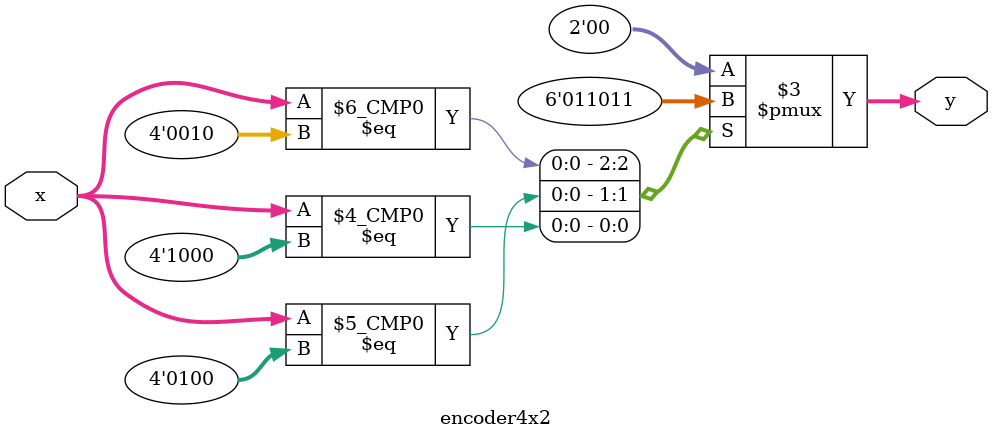
<source format=v>
module encoder4x2 (
    input wire [3:0] x,

    output reg [1:0] y
);
    always @(x) begin
        case(x)
            4'b0001: y = 2'b00;
            4'b0010: y = 2'b01;
            4'b0100: y = 2'b10;
            4'b1000: y = 2'b11;
            default: y = 2'b00;
        endcase
    end
endmodule
</source>
